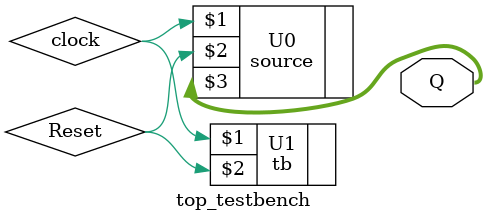
<source format=v>
`timescale 1ns / 1ps


module top_testbench(
output [3:0]Q
    );
    wire clock,Reset;
    
    source U0(
    clock,
    Reset,
    Q
    );
    
    tb U1(
    clock,
    Reset
    );
endmodule

</source>
